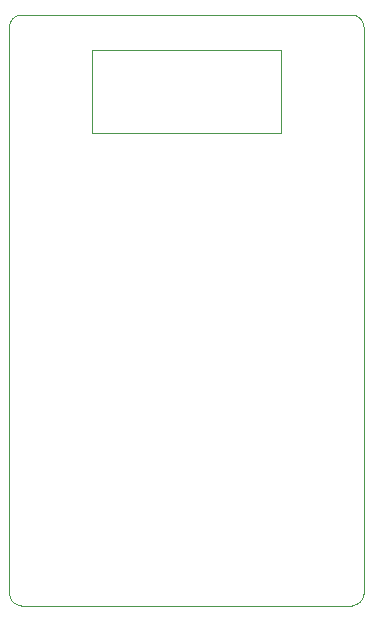
<source format=gbr>
%TF.GenerationSoftware,KiCad,Pcbnew,(6.0.5-0)*%
%TF.CreationDate,2022-06-26T23:43:10+02:00*%
%TF.ProjectId,Fuji-IoT,46756a69-2d49-46f5-942e-6b696361645f,rev?*%
%TF.SameCoordinates,Original*%
%TF.FileFunction,Profile,NP*%
%FSLAX46Y46*%
G04 Gerber Fmt 4.6, Leading zero omitted, Abs format (unit mm)*
G04 Created by KiCad (PCBNEW (6.0.5-0)) date 2022-06-26 23:43:10*
%MOMM*%
%LPD*%
G01*
G04 APERTURE LIST*
%TA.AperFunction,Profile*%
%ADD10C,0.100000*%
%TD*%
G04 APERTURE END LIST*
D10*
X39000000Y-77000000D02*
X39000000Y-29000000D01*
X68000000Y-78000000D02*
X40000000Y-78000000D01*
X62000000Y-38000000D02*
X62000000Y-31000000D01*
X69000000Y-29000000D02*
G75*
G03*
X68000000Y-28000000I-1000000J0D01*
G01*
X68000000Y-78000000D02*
G75*
G03*
X69000000Y-77000000I0J1000000D01*
G01*
X69000000Y-29000000D02*
X69000000Y-77000000D01*
X39000000Y-77000000D02*
G75*
G03*
X40000000Y-78000000I1000000J0D01*
G01*
X46000000Y-38000000D02*
X62000000Y-38000000D01*
X40000000Y-28000000D02*
G75*
G03*
X39000000Y-29000000I0J-1000000D01*
G01*
X62000000Y-31000000D02*
X46000000Y-31000000D01*
X40000000Y-28000000D02*
X68000000Y-28000000D01*
X46000000Y-31000000D02*
X46000000Y-38000000D01*
M02*

</source>
